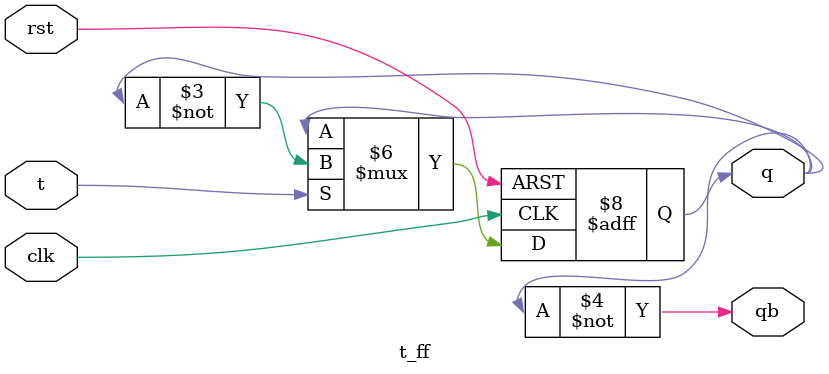
<source format=v>
module asynch_updown(input clk,rst,t,up,output [3:0] q,output [3:0] qb);
  genvar i;
  t_ff t1(.clk(clk),.rst(rst),.t(t),.q(q[0]),.qb(qb[0]));
  generate
    for(i=1;i<4;i++) begin
        t_ff t2(.clk(up?q[i-1]:qb[i-1]),.rst(rst),.t(t),.q(q[i]),.qb(qb[i]));
    end
  endgenerate     
endmodule
module t_ff(input clk,rst,t,output reg q,output qb);
  always@(negedge clk or posedge rst)
    begin
      if(rst)
        q<=1'b0;
      else if(t==0)
        q<=q;
      else
        q<=~q;
    end
  assign qb = ~q;
endmodule
  

</source>
